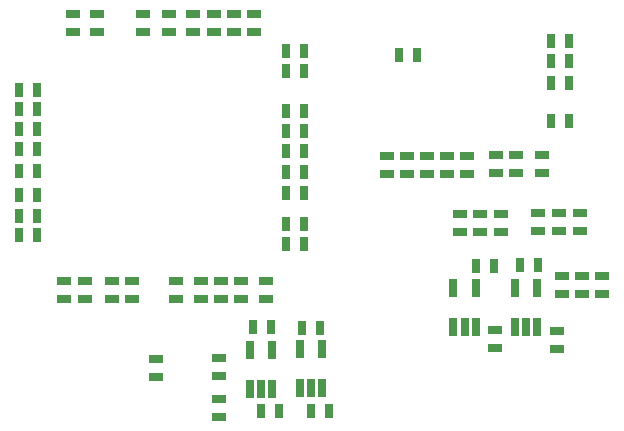
<source format=gbp>
G04 #@! TF.FileFunction,Paste,Bot*
%FSLAX46Y46*%
G04 Gerber Fmt 4.6, Leading zero omitted, Abs format (unit mm)*
G04 Created by KiCad (PCBNEW 4.0.7+dfsg1-1) date Sun Apr 22 11:28:12 2018*
%MOMM*%
%LPD*%
G01*
G04 APERTURE LIST*
%ADD10C,0.150000*%
%ADD11R,0.650000X1.560000*%
%ADD12R,1.143000X0.635000*%
%ADD13R,0.635000X1.143000*%
G04 APERTURE END LIST*
D10*
D11*
X122410000Y-59774000D03*
X121460000Y-59774000D03*
X120510000Y-59774000D03*
X120510000Y-56474000D03*
X122410000Y-56474000D03*
X99990000Y-65004000D03*
X99040000Y-65004000D03*
X98090000Y-65004000D03*
X98090000Y-61704000D03*
X99990000Y-61704000D03*
X104230000Y-64964000D03*
X103280000Y-64964000D03*
X102330000Y-64964000D03*
X102330000Y-61664000D03*
X104230000Y-61664000D03*
X117230000Y-59774000D03*
X116280000Y-59774000D03*
X115330000Y-59774000D03*
X115330000Y-56474000D03*
X117230000Y-56474000D03*
D12*
X126240000Y-55448000D03*
X126240000Y-56972000D03*
X117600000Y-51762000D03*
X117600000Y-50238000D03*
X124260000Y-51652000D03*
X124260000Y-50128000D03*
X91230000Y-34796000D03*
X91230000Y-33272000D03*
X88110000Y-55908000D03*
X88110000Y-57432000D03*
X86460000Y-57432000D03*
X86460000Y-55908000D03*
X95510000Y-67392000D03*
X95510000Y-65868000D03*
D13*
X101138000Y-36430000D03*
X102662000Y-36430000D03*
X80052000Y-46574000D03*
X78528000Y-46574000D03*
X101128000Y-51074000D03*
X102652000Y-51074000D03*
X117238000Y-54580000D03*
X118762000Y-54580000D03*
X104032000Y-59844000D03*
X102508000Y-59844000D03*
X99922000Y-59784000D03*
X98398000Y-59784000D03*
X100572000Y-66874000D03*
X99048000Y-66874000D03*
D12*
X118870000Y-61572000D03*
X118870000Y-60048000D03*
D13*
X104802000Y-66874000D03*
X103278000Y-66874000D03*
X122452000Y-54544000D03*
X120928000Y-54544000D03*
D12*
X124080000Y-61602000D03*
X124080000Y-60078000D03*
X115850000Y-51752000D03*
X115850000Y-50228000D03*
X122510000Y-51642000D03*
X122510000Y-50118000D03*
D13*
X123568000Y-39124000D03*
X125092000Y-39124000D03*
X123558000Y-42334000D03*
X125082000Y-42334000D03*
X123578000Y-37224000D03*
X125102000Y-37224000D03*
X112242000Y-36770000D03*
X110718000Y-36770000D03*
X123578000Y-35524000D03*
X125102000Y-35524000D03*
D12*
X122830000Y-45248000D03*
X122830000Y-46772000D03*
X116510000Y-45258000D03*
X116510000Y-46782000D03*
X114790000Y-45258000D03*
X114790000Y-46782000D03*
X124560000Y-56972000D03*
X124560000Y-55448000D03*
X109720000Y-46822000D03*
X109720000Y-45298000D03*
X120600000Y-45248000D03*
X120600000Y-46772000D03*
X118940000Y-45248000D03*
X118940000Y-46772000D03*
X96740000Y-34796000D03*
X96740000Y-33272000D03*
X93320000Y-34806000D03*
X93320000Y-33282000D03*
X85130000Y-34796000D03*
X85130000Y-33272000D03*
X98440000Y-34796000D03*
X98440000Y-33272000D03*
X95050000Y-34796000D03*
X95050000Y-33272000D03*
X89080000Y-34796000D03*
X89080000Y-33272000D03*
X83120000Y-34796000D03*
X83120000Y-33272000D03*
D13*
X101138000Y-38074000D03*
X102662000Y-38074000D03*
X80042000Y-39694000D03*
X78518000Y-39694000D03*
X80042000Y-41314000D03*
X78518000Y-41314000D03*
X80042000Y-44684000D03*
X78518000Y-44684000D03*
X101138000Y-44894000D03*
X102662000Y-44894000D03*
X101138000Y-48414000D03*
X102662000Y-48414000D03*
X80052000Y-50334000D03*
X78528000Y-50334000D03*
X101128000Y-52734000D03*
X102652000Y-52734000D03*
D12*
X99460000Y-55868000D03*
X99460000Y-57392000D03*
X93990000Y-55868000D03*
X93990000Y-57392000D03*
X82360000Y-55912000D03*
X82360000Y-57436000D03*
X97310000Y-55862000D03*
X97310000Y-57386000D03*
X95690000Y-55862000D03*
X95690000Y-57386000D03*
X91850000Y-55878000D03*
X91850000Y-57402000D03*
X84130000Y-55912000D03*
X84130000Y-57436000D03*
X90170000Y-63982000D03*
X90170000Y-62458000D03*
X113100000Y-45288000D03*
X113100000Y-46812000D03*
X127920000Y-55448000D03*
X127920000Y-56972000D03*
X119330000Y-50238000D03*
X119330000Y-51762000D03*
X126010000Y-50128000D03*
X126010000Y-51652000D03*
X111420000Y-45288000D03*
X111420000Y-46812000D03*
X95510000Y-63886000D03*
X95510000Y-62362000D03*
D13*
X80042000Y-52004000D03*
X78518000Y-52004000D03*
X101138000Y-46654000D03*
X102662000Y-46654000D03*
X80052000Y-48574000D03*
X78528000Y-48574000D03*
X80042000Y-43024000D03*
X78518000Y-43024000D03*
X101138000Y-43154000D03*
X102662000Y-43154000D03*
X101128000Y-41504000D03*
X102652000Y-41504000D03*
M02*

</source>
